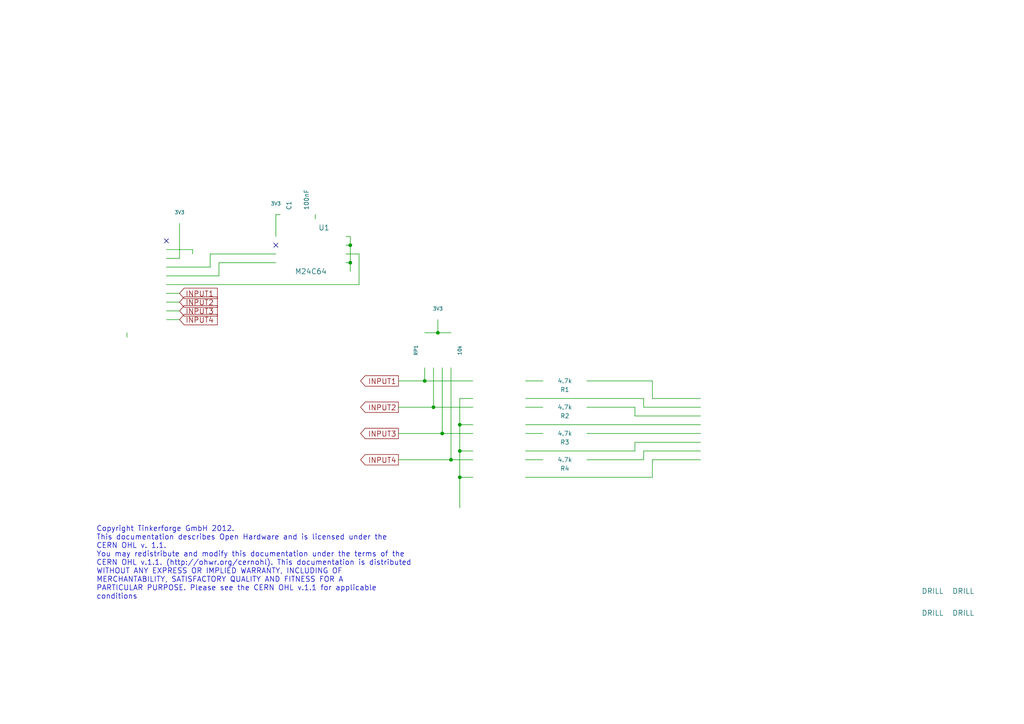
<source format=kicad_sch>
(kicad_sch (version 20230121) (generator eeschema)
  (paper "A4")
  (title_block (title "Industrial Digital In 4") (date "28 nov 2012") (rev "1.0") (company "Tinkerforge GmbH") (comment 1 "Licensed under CERN OHL v.1.1") (comment 2 "Copyright (©) 2012, B.Nordmeyer <bastian@tinkerforge.com>"))
  (lib_symbols)
  (junction (at 130.81 133.35))
  (junction (at 133.35 138.43))
  (junction (at 127 96.52))
  (junction (at 133.35 130.81))
  (junction (at 101.6 71.12))
  (junction (at 123.19 110.49))
  (junction (at 128.27 125.73))
  (junction (at 125.73 118.11))
  (junction (at 133.35 123.19))
  (junction (at 101.6 76.2))
  (no_connect (at 80.01 71.12))
  (no_connect (at 48.26 69.85))
  (wire (pts (xy 128.27 106.68) (xy 128.27 125.73)))
  (wire (pts (xy 127 92.71) (xy 127 96.52)))
  (wire (pts (xy 55.88 72.39) (xy 55.88 73.66)))
  (wire (pts (xy 123.19 110.49) (xy 137.16 110.49)))
  (wire (pts (xy 115.57 133.35) (xy 130.81 133.35)))
  (wire (pts (xy 152.4 118.11) (xy 157.48 118.11)))
  (wire (pts (xy 152.4 125.73) (xy 157.48 125.73)))
  (wire (pts (xy 36.83 97.79) (xy 36.83 96.52)))
  (wire (pts (xy 128.27 125.73) (xy 115.57 125.73)))
  (wire (pts (xy 52.07 90.17) (xy 48.26 90.17)))
  (wire (pts (xy 48.26 87.63) (xy 52.07 87.63)))
  (wire (pts (xy 60.96 77.47) (xy 48.26 77.47)))
  (wire (pts (xy 101.6 78.74) (xy 101.6 76.2)))
  (wire (pts (xy 133.35 130.81) (xy 133.35 138.43)))
  (wire (pts (xy 80.01 62.23) (xy 80.01 68.58)))
  (wire (pts (xy 104.14 82.55) (xy 48.26 82.55)))
  (wire (pts (xy 133.35 123.19) (xy 133.35 130.81)))
  (wire (pts (xy 101.6 71.12) (xy 101.6 68.58)))
  (wire (pts (xy 189.23 115.57) (xy 189.23 110.49)))
  (wire (pts (xy 63.5 80.01) (xy 63.5 76.2)))
  (wire (pts (xy 133.35 115.57) (xy 133.35 123.19)))
  (wire (pts (xy 115.57 118.11) (xy 125.73 118.11)))
  (wire (pts (xy 184.15 130.81) (xy 152.4 130.81)))
  (wire (pts (xy 48.26 74.93) (xy 52.07 74.93)))
  (wire (pts (xy 101.6 68.58) (xy 100.33 68.58)))
  (wire (pts (xy 101.6 71.12) (xy 100.33 71.12)))
  (wire (pts (xy 186.69 130.81) (xy 203.2 130.81)))
  (wire (pts (xy 80.01 73.66) (xy 60.96 73.66)))
  (wire (pts (xy 137.16 130.81) (xy 133.35 130.81)))
  (wire (pts (xy 123.19 106.68) (xy 123.19 110.49)))
  (wire (pts (xy 52.07 74.93) (xy 52.07 64.77)))
  (wire (pts (xy 189.23 138.43) (xy 152.4 138.43)))
  (wire (pts (xy 170.18 110.49) (xy 189.23 110.49)))
  (wire (pts (xy 152.4 110.49) (xy 157.48 110.49)))
  (wire (pts (xy 48.26 80.01) (xy 63.5 80.01)))
  (wire (pts (xy 48.26 92.71) (xy 52.07 92.71)))
  (wire (pts (xy 152.4 115.57) (xy 186.69 115.57)))
  (wire (pts (xy 125.73 118.11) (xy 137.16 118.11)))
  (wire (pts (xy 203.2 115.57) (xy 189.23 115.57)))
  (wire (pts (xy 184.15 118.11) (xy 184.15 120.65)))
  (wire (pts (xy 170.18 133.35) (xy 186.69 133.35)))
  (wire (pts (xy 184.15 128.27) (xy 184.15 130.81)))
  (wire (pts (xy 152.4 133.35) (xy 157.48 133.35)))
  (wire (pts (xy 127 96.52) (xy 130.81 96.52)))
  (wire (pts (xy 186.69 115.57) (xy 186.69 118.11)))
  (wire (pts (xy 137.16 115.57) (xy 133.35 115.57)))
  (wire (pts (xy 186.69 133.35) (xy 186.69 130.81)))
  (wire (pts (xy 184.15 120.65) (xy 203.2 120.65)))
  (wire (pts (xy 123.19 96.52) (xy 127 96.52)))
  (wire (pts (xy 48.26 72.39) (xy 55.88 72.39)))
  (wire (pts (xy 152.4 123.19) (xy 203.2 123.19)))
  (wire (pts (xy 125.73 106.68) (xy 125.73 118.11)))
  (wire (pts (xy 137.16 125.73) (xy 128.27 125.73)))
  (wire (pts (xy 115.57 110.49) (xy 123.19 110.49)))
  (wire (pts (xy 189.23 133.35) (xy 189.23 138.43)))
  (wire (pts (xy 130.81 133.35) (xy 137.16 133.35)))
  (wire (pts (xy 133.35 138.43) (xy 133.35 147.32)))
  (wire (pts (xy 170.18 118.11) (xy 184.15 118.11)))
  (wire (pts (xy 186.69 118.11) (xy 203.2 118.11)))
  (wire (pts (xy 203.2 128.27) (xy 184.15 128.27)))
  (wire (pts (xy 130.81 106.68) (xy 130.81 133.35)))
  (wire (pts (xy 203.2 133.35) (xy 189.23 133.35)))
  (wire (pts (xy 137.16 138.43) (xy 133.35 138.43)))
  (wire (pts (xy 137.16 123.19) (xy 133.35 123.19)))
  (wire (pts (xy 170.18 125.73) (xy 203.2 125.73)))
  (wire (pts (xy 100.33 73.66) (xy 104.14 73.66)))
  (wire (pts (xy 63.5 76.2) (xy 80.01 76.2)))
  (wire (pts (xy 104.14 73.66) (xy 104.14 82.55)))
  (wire (pts (xy 91.44 63.5) (xy 91.44 62.23)))
  (wire (pts (xy 101.6 76.2) (xy 100.33 76.2)))
  (wire (pts (xy 101.6 76.2) (xy 101.6 71.12)))
  (wire (pts (xy 52.07 85.09) (xy 48.26 85.09)))
  (wire (pts (xy 81.28 62.23) (xy 80.01 62.23)))
  (wire (pts (xy 60.96 73.66) (xy 60.96 77.47)))
  (text "Copyright Tinkerforge GmbH 2012.\nThis documentation describes Open Hardware and is licensed under the\nCERN OHL v. 1.1.\nYou may redistribute and modify this documentation under the terms of the\nCERN OHL v.1.1. (http://ohwr.org/cernohl). This documentation is distributed\nWITHOUT ANY EXPRESS OR IMPLIED WARRANTY, INCLUDING OF\nMERCHANTABILITY, SATISFACTORY QUALITY AND FITNESS FOR A\nPARTICULAR PURPOSE. Please see the CERN OHL v.1.1 for applicable\nconditions\n" (at 27.94 173.99 0) (effects (font (size 1.524 1.524)) (justify left bottom)))
  (global_label "INPUT3" (shape output) (at 115.57 125.73 180) (effects (font (size 1.524 1.524))) (property "Intersheetrefs" "${INTERSHEET_REFS}" (effects hide)))
  (global_label "INPUT2" (shape input) (at 52.07 87.63 0) (effects (font (size 1.524 1.524))) (property "Intersheetrefs" "${INTERSHEET_REFS}" (effects hide)))
  (global_label "INPUT2" (shape output) (at 115.57 118.11 180) (effects (font (size 1.524 1.524))) (property "Intersheetrefs" "${INTERSHEET_REFS}" (effects hide)))
  (global_label "INPUT4" (shape input) (at 52.07 92.71 0) (effects (font (size 1.524 1.524))) (property "Intersheetrefs" "${INTERSHEET_REFS}" (effects hide)))
  (global_label "INPUT4" (shape output) (at 115.57 133.35 180) (effects (font (size 1.524 1.524))) (property "Intersheetrefs" "${INTERSHEET_REFS}" (effects hide)))
  (global_label "INPUT1" (shape output) (at 115.57 110.49 180) (effects (font (size 1.524 1.524))) (property "Intersheetrefs" "${INTERSHEET_REFS}" (effects hide)))
  (global_label "INPUT3" (shape input) (at 52.07 90.17 0) (effects (font (size 1.524 1.524))) (property "Intersheetrefs" "${INTERSHEET_REFS}" (effects hide)))
  (global_label "INPUT1" (shape input) (at 52.07 85.09 0) (effects (font (size 1.524 1.524))) (property "Intersheetrefs" "${INTERSHEET_REFS}" (effects hide)))
  (symbol (lib_id "CAT24C") (at 90.17 78.74 0) (mirror y) (unit 1)
    (property "Reference" "U1" (at 93.98 66.04 0) (effects (font (size 1.524 1.524))))
    (property "Value" "M24C64" (at 90.17 78.74 0) (effects (font (size 1.524 1.524))))
    (property "Footprint" "SOIC8" (effects hide))
  )
  (symbol (lib_id "CON-SENSOR") (at 36.83 81.28 0) (mirror y) (unit 1)
    (property "Reference" "P1" (at 31.75 67.31 0) (effects (font (size 1.524 1.524))))
    (property "Value" "CON-SENSOR" (at 31.75 81.28 90) (effects (font (size 1.524 1.524))))
    (property "Footprint" "CON-SENSOR" (effects hide))
  )
  (symbol (lib_id "LTV-847") (at 144.78 125.73 0) (mirror y) (unit 1)
    (property "Reference" "U2" (at 152.4 102.87 0) (effects (font (size 1.524 1.524))))
    (property "Value" "LTV846S" (effects hide))
    (property "Footprint" "OPTO-SMD16" (effects hide))
  )
  (symbol (lib_id "R") (at 163.83 110.49 90) (unit 1)
    (property "Reference" "R1" (at 163.83 113.03 90))
    (property "Value" "4.7k" (at 163.83 110.49 90))
    (property "Footprint" "R1210" (effects hide))
  )
  (symbol (lib_id "R") (at 163.83 118.11 90) (unit 1)
    (property "Reference" "R2" (at 163.83 120.65 90))
    (property "Value" "4.7k" (at 163.83 118.11 90))
    (property "Footprint" "R1210" (effects hide))
  )
  (symbol (lib_id "R") (at 163.83 125.73 90) (unit 1)
    (property "Reference" "R3" (at 163.83 128.27 90))
    (property "Value" "4.7k" (at 163.83 125.73 90))
    (property "Footprint" "R1210" (effects hide))
  )
  (symbol (lib_id "R") (at 163.83 133.35 90) (unit 1)
    (property "Reference" "R4" (at 163.83 135.89 90))
    (property "Value" "4.7k" (at 163.83 133.35 90))
    (property "Footprint" "R1210" (effects hide))
  )
  (symbol (lib_id "GND") (at 133.35 147.32 0) (unit 1)
    (property "Reference" "#PWR08" (effects hide))
    (property "Value" "GND" (effects hide))
  )
  (symbol (lib_id "R_PACK4") (at 132.08 101.6 90) (unit 1)
    (property "Reference" "RP1" (at 120.65 101.6 0) (effects (font (size 1.016 1.016))))
    (property "Value" "10k" (at 133.35 101.6 0) (effects (font (size 1.016 1.016))))
    (property "Footprint" "0603X4" (effects hide))
  )
  (symbol (lib_id "3V3") (at 52.07 64.77 0) (unit 1)
    (property "Reference" "#PWR07" (effects hide))
    (property "Value" "3V3" (at 52.07 61.595 0) (effects (font (size 1.016 1.016))))
  )
  (symbol (lib_id "3V3") (at 80.01 62.23 0) (unit 1)
    (property "Reference" "#PWR06" (effects hide))
    (property "Value" "3V3" (at 80.01 59.055 0) (effects (font (size 1.016 1.016))))
  )
  (symbol (lib_id "3V3") (at 127 92.71 0) (unit 1)
    (property "Reference" "#PWR05" (effects hide))
    (property "Value" "3V3" (at 127 89.535 0) (effects (font (size 1.016 1.016))))
  )
  (symbol (lib_id "GND") (at 101.6 78.74 0) (unit 1)
    (property "Reference" "#PWR04" (effects hide))
    (property "Value" "GND" (effects hide))
  )
  (symbol (lib_id "GND") (at 91.44 63.5 0) (unit 1)
    (property "Reference" "#PWR03" (effects hide))
    (property "Value" "GND" (effects hide))
  )
  (symbol (lib_id "C") (at 86.36 62.23 90) (unit 1)
    (property "Reference" "C1" (at 83.82 60.96 0) (effects (justify left)))
    (property "Value" "100nF" (at 88.9 60.96 0) (effects (justify left)))
    (property "Footprint" "C0603" (effects hide))
  )
  (symbol (lib_id "GND") (at 55.88 73.66 0) (unit 1)
    (property "Reference" "#PWR02" (effects hide))
    (property "Value" "GND" (effects hide))
  )
  (symbol (lib_id "CONN_8") (at 212.09 124.46 0) (unit 1)
    (property "Reference" "P2" (at 210.82 124.46 90) (effects (font (size 1.524 1.524))))
    (property "Value" "Digital Input" (at 213.36 124.46 90) (effects (font (size 1.524 1.524))))
    (property "Footprint" "OQ_8P" (effects hide))
  )
  (symbol (lib_id "DRILL") (at 279.4 177.8 0) (unit 1)
    (property "Reference" "U6" (effects hide))
    (property "Value" "DRILL" (at 279.4 177.8 0) (effects (font (size 1.524 1.524))))
    (property "Footprint" "DRILL_NP" (effects hide))
  )
  (symbol (lib_id "DRILL") (at 279.4 171.45 0) (unit 1)
    (property "Reference" "U5" (effects hide))
    (property "Value" "DRILL" (at 279.4 171.45 0) (effects (font (size 1.524 1.524))))
    (property "Footprint" "DRILL_NP" (effects hide))
  )
  (symbol (lib_id "DRILL") (at 270.51 171.45 0) (unit 1)
    (property "Reference" "U3" (effects hide))
    (property "Value" "DRILL" (at 270.51 171.45 0) (effects (font (size 1.524 1.524))))
    (property "Footprint" "DRILL_NP" (effects hide))
  )
  (symbol (lib_id "DRILL") (at 270.51 177.8 0) (unit 1)
    (property "Reference" "U4" (effects hide))
    (property "Value" "DRILL" (at 270.51 177.8 0) (effects (font (size 1.524 1.524))))
    (property "Footprint" "DRILL_NP" (effects hide))
  )
  (symbol (lib_id "GND") (at 36.83 97.79 0) (unit 1)
    (property "Reference" "#PWR01" (effects hide))
    (property "Value" "GND" (effects hide))
  )
)
</source>
